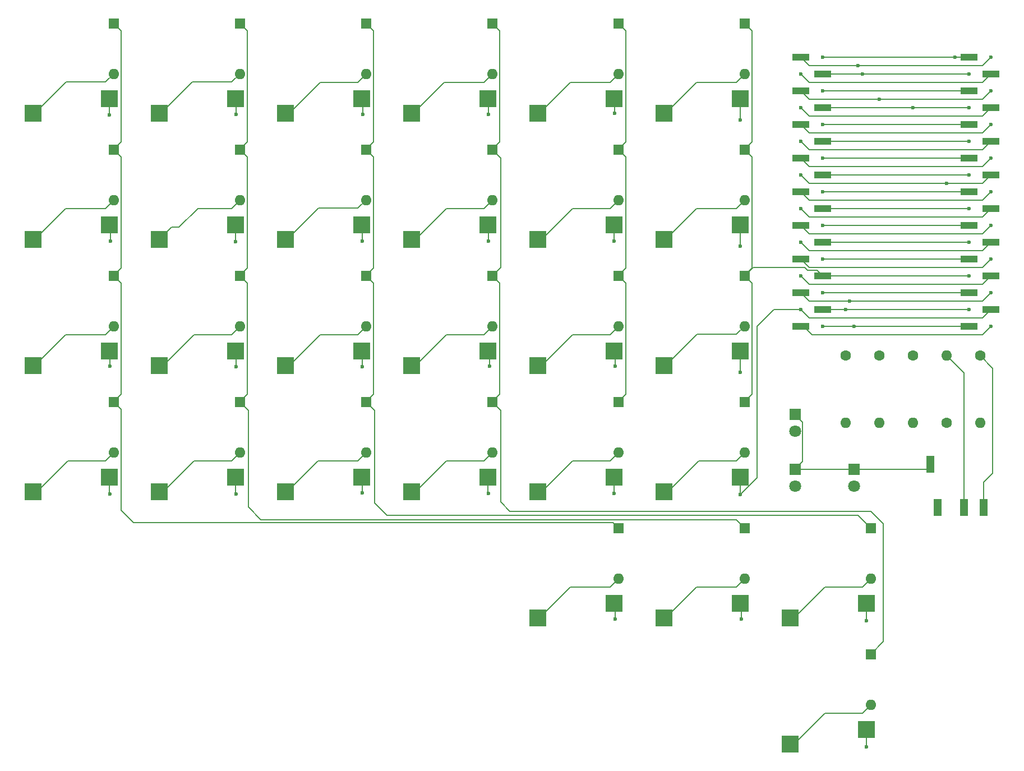
<source format=gbr>
%TF.GenerationSoftware,KiCad,Pcbnew,7.0.9*%
%TF.CreationDate,2024-11-16T13:28:32+01:00*%
%TF.ProjectId,ErgoBoard,4572676f-426f-4617-9264-2e6b69636164,rev?*%
%TF.SameCoordinates,Original*%
%TF.FileFunction,Copper,L1,Top*%
%TF.FilePolarity,Positive*%
%FSLAX46Y46*%
G04 Gerber Fmt 4.6, Leading zero omitted, Abs format (unit mm)*
G04 Created by KiCad (PCBNEW 7.0.9) date 2024-11-16 13:28:32*
%MOMM*%
%LPD*%
G01*
G04 APERTURE LIST*
%TA.AperFunction,ComponentPad*%
%ADD10C,1.600000*%
%TD*%
%TA.AperFunction,ComponentPad*%
%ADD11O,1.600000X1.600000*%
%TD*%
%TA.AperFunction,ComponentPad*%
%ADD12R,1.800000X1.800000*%
%TD*%
%TA.AperFunction,ComponentPad*%
%ADD13C,1.800000*%
%TD*%
%TA.AperFunction,SMDPad,CuDef*%
%ADD14R,1.200000X2.500000*%
%TD*%
%TA.AperFunction,SMDPad,CuDef*%
%ADD15R,2.510000X1.000000*%
%TD*%
%TA.AperFunction,ComponentPad*%
%ADD16R,1.600000X1.600000*%
%TD*%
%TA.AperFunction,SMDPad,CuDef*%
%ADD17R,2.600000X2.600000*%
%TD*%
%TA.AperFunction,ViaPad*%
%ADD18C,0.600000*%
%TD*%
%TA.AperFunction,Conductor*%
%ADD19C,0.150000*%
%TD*%
G04 APERTURE END LIST*
D10*
%TO.P,R4,1*%
%TO.N,VMCU*%
X248920000Y-106045000D03*
D11*
%TO.P,R4,2*%
%TO.N,I2C_SDA*%
X248920000Y-95885000D03*
%TD*%
%TO.P,R1,2*%
%TO.N,Net-(LED1-A)*%
X233680000Y-106045000D03*
D10*
%TO.P,R1,1*%
%TO.N,LED1*%
X233680000Y-95885000D03*
%TD*%
%TO.P,R5,1*%
%TO.N,I2C_SCL*%
X254000000Y-95885000D03*
D11*
%TO.P,R5,2*%
%TO.N,VMCU*%
X254000000Y-106045000D03*
%TD*%
D10*
%TO.P,R3,1*%
%TO.N,LED3*%
X243840000Y-95885000D03*
D11*
%TO.P,R3,2*%
%TO.N,Net-(LED3-A)*%
X243840000Y-106045000D03*
%TD*%
D10*
%TO.P,R2,1*%
%TO.N,LED2*%
X238760000Y-95885000D03*
D11*
%TO.P,R2,2*%
%TO.N,Net-(LED2-A)*%
X238760000Y-106045000D03*
%TD*%
D12*
%TO.P,LED3,1,K*%
%TO.N,GND*%
X234950000Y-113030000D03*
D13*
%TO.P,LED3,2,A*%
%TO.N,Net-(LED3-A)*%
X234950000Y-115570000D03*
%TD*%
D12*
%TO.P,LED2,1,K*%
%TO.N,GND*%
X226060000Y-113030000D03*
D13*
%TO.P,LED2,2,A*%
%TO.N,Net-(LED2-A)*%
X226060000Y-115570000D03*
%TD*%
D12*
%TO.P,LED1,1,K*%
%TO.N,GND*%
X226060000Y-104775000D03*
D13*
%TO.P,LED1,2,A*%
%TO.N,Net-(LED1-A)*%
X226060000Y-107315000D03*
%TD*%
D14*
%TO.P,JackL1,R1*%
%TO.N,I2C_SDA*%
X251575000Y-118820000D03*
%TO.P,JackL1,R2*%
%TO.N,I2C_SCL*%
X254575000Y-118820000D03*
%TO.P,JackL1,S*%
%TO.N,GND*%
X246475000Y-112320000D03*
%TO.P,JackL1,T*%
%TO.N,VMCU*%
X247575000Y-118820000D03*
%TD*%
D15*
%TO.P,GG12,1,Pin_1*%
%TO.N,GND*%
X226915000Y-50800000D03*
%TO.P,GG12,2,Pin_2*%
%TO.N,VMCU*%
X252375000Y-50800000D03*
%TO.P,GG12,3,Pin_3*%
%TO.N,LED1*%
X230225000Y-53340000D03*
%TO.P,GG12,4,Pin_4*%
%TO.N,unconnected-(GG12-Pin_4-Pad4)*%
X255685000Y-53340000D03*
%TO.P,GG12,5,Pin_5*%
%TO.N,LED2*%
X226915000Y-55880000D03*
%TO.P,GG12,6,Pin_6*%
%TO.N,unconnected-(GG12-Pin_6-Pad6)*%
X252375000Y-55880000D03*
%TO.P,GG12,7,Pin_7*%
%TO.N,LED3*%
X230225000Y-58420000D03*
%TO.P,GG12,8,Pin_8*%
%TO.N,unconnected-(GG12-Pin_8-Pad8)*%
X255685000Y-58420000D03*
%TO.P,GG12,9,Pin_9*%
%TO.N,unconnected-(GG12-Pin_9-Pad9)*%
X226915000Y-60960000D03*
%TO.P,GG12,10,Pin_10*%
%TO.N,unconnected-(GG12-Pin_10-Pad10)*%
X252375000Y-60960000D03*
%TO.P,GG12,11,Pin_11*%
%TO.N,unconnected-(GG12-Pin_11-Pad11)*%
X230225000Y-63500000D03*
%TO.P,GG12,12,Pin_12*%
%TO.N,unconnected-(GG12-Pin_12-Pad12)*%
X255685000Y-63500000D03*
%TO.P,GG12,13,Pin_13*%
%TO.N,unconnected-(GG12-Pin_13-Pad13)*%
X226915000Y-66040000D03*
%TO.P,GG12,14,Pin_14*%
%TO.N,unconnected-(GG12-Pin_14-Pad14)*%
X252375000Y-66040000D03*
%TO.P,GG12,15,Pin_15*%
%TO.N,I2C_SCL*%
X230225000Y-68580000D03*
%TO.P,GG12,16,Pin_16*%
%TO.N,I2C_SDA*%
X255685000Y-68580000D03*
%TO.P,GG12,17,Pin_17*%
%TO.N,unconnected-(GG12-Pin_17-Pad17)*%
X226915000Y-71120000D03*
%TO.P,GG12,18,Pin_18*%
%TO.N,5V*%
X252375000Y-71120000D03*
%TO.P,GG12,19,Pin_19*%
%TO.N,unconnected-(GG12-Pin_19-Pad19)*%
X230225000Y-73660000D03*
%TO.P,GG12,20,Pin_20*%
%TO.N,unconnected-(GG12-Pin_20-Pad20)*%
X255685000Y-73660000D03*
%TO.P,GG12,21,Pin_21*%
%TO.N,unconnected-(GG12-Pin_21-Pad21)*%
X226915000Y-76200000D03*
%TO.P,GG12,22,Pin_22*%
%TO.N,Col2*%
X252375000Y-76200000D03*
%TO.P,GG12,23,Pin_23*%
%TO.N,unconnected-(GG12-Pin_23-Pad23)*%
X230225000Y-78740000D03*
%TO.P,GG12,24,Pin_24*%
%TO.N,Col1*%
X255685000Y-78740000D03*
%TO.P,GG12,25,Pin_25*%
%TO.N,unconnected-(GG12-Pin_25-Pad25)*%
X226915000Y-81280000D03*
%TO.P,GG12,26,Pin_26*%
%TO.N,Row1*%
X252375000Y-81280000D03*
%TO.P,GG12,27,Pin_27*%
%TO.N,Col6*%
X230225000Y-83820000D03*
%TO.P,GG12,28,Pin_28*%
%TO.N,Row2*%
X255685000Y-83820000D03*
%TO.P,GG12,29,Pin_29*%
%TO.N,Col5*%
X226915000Y-86360000D03*
%TO.P,GG12,30,Pin_30*%
%TO.N,Row3*%
X252375000Y-86360000D03*
%TO.P,GG12,31,Pin_31*%
%TO.N,Col4*%
X230225000Y-88900000D03*
%TO.P,GG12,32,Pin_32*%
%TO.N,Row4*%
X255685000Y-88900000D03*
%TO.P,GG12,33,Pin_33*%
%TO.N,Col3*%
X226915000Y-91440000D03*
%TO.P,GG12,34,Pin_34*%
%TO.N,Row5*%
X252375000Y-91440000D03*
%TD*%
D16*
%TO.P,D18,1,K*%
%TO.N,Col6*%
X218440000Y-83820000D03*
D11*
%TO.P,D18,2,A*%
%TO.N,Net-(D18-A)*%
X218440000Y-91440000D03*
%TD*%
D16*
%TO.P,D16,1,K*%
%TO.N,Col4*%
X180340000Y-83820000D03*
D11*
%TO.P,D16,2,A*%
%TO.N,Net-(D16-A)*%
X180340000Y-91440000D03*
%TD*%
D17*
%TO.P,SW19,1,1*%
%TO.N,Net-(D19-A)*%
X111025000Y-116440000D03*
%TO.P,SW19,2,2*%
%TO.N,Row4*%
X122575000Y-114240000D03*
%TD*%
D16*
%TO.P,D8,1,K*%
%TO.N,Col2*%
X142240000Y-64770000D03*
D11*
%TO.P,D8,2,A*%
%TO.N,Net-(D8-A)*%
X142240000Y-72390000D03*
%TD*%
D17*
%TO.P,SW16,1,1*%
%TO.N,Net-(D16-A)*%
X168175000Y-97390000D03*
%TO.P,SW16,2,2*%
%TO.N,Row3*%
X179725000Y-95190000D03*
%TD*%
D16*
%TO.P,D11,1,K*%
%TO.N,Col5*%
X199390000Y-64770000D03*
D11*
%TO.P,D11,2,A*%
%TO.N,Net-(D11-A)*%
X199390000Y-72390000D03*
%TD*%
D16*
%TO.P,D23,1,K*%
%TO.N,Col5*%
X199390000Y-102870000D03*
D11*
%TO.P,D23,2,A*%
%TO.N,Net-(D23-A)*%
X199390000Y-110490000D03*
%TD*%
D16*
%TO.P,D15,1,K*%
%TO.N,Col3*%
X161290000Y-83820000D03*
D11*
%TO.P,D15,2,A*%
%TO.N,Net-(D15-A)*%
X161290000Y-91440000D03*
%TD*%
D16*
%TO.P,D26,1,K*%
%TO.N,Col2*%
X218440000Y-121920000D03*
D11*
%TO.P,D26,2,A*%
%TO.N,Net-(D26-A)*%
X218440000Y-129540000D03*
%TD*%
D16*
%TO.P,D21,1,K*%
%TO.N,Col3*%
X161290000Y-102870000D03*
D11*
%TO.P,D21,2,A*%
%TO.N,Net-(D21-A)*%
X161290000Y-110490000D03*
%TD*%
D17*
%TO.P,SW2,1,1*%
%TO.N,Net-(D2-A)*%
X130075000Y-59290000D03*
%TO.P,SW2,2,2*%
%TO.N,Row1*%
X141625000Y-57090000D03*
%TD*%
%TO.P,SW25,1,1*%
%TO.N,Net-(D25-A)*%
X187225000Y-135490000D03*
%TO.P,SW25,2,2*%
%TO.N,Row5*%
X198775000Y-133290000D03*
%TD*%
%TO.P,SW5,1,1*%
%TO.N,Net-(D5-A)*%
X187225000Y-59290000D03*
%TO.P,SW5,2,2*%
%TO.N,Row1*%
X198775000Y-57090000D03*
%TD*%
D16*
%TO.P,D5,1,K*%
%TO.N,Col5*%
X199390000Y-45720000D03*
D11*
%TO.P,D5,2,A*%
%TO.N,Net-(D5-A)*%
X199390000Y-53340000D03*
%TD*%
D17*
%TO.P,SW10,1,1*%
%TO.N,Net-(D10-A)*%
X168175000Y-78340000D03*
%TO.P,SW10,2,2*%
%TO.N,Row2*%
X179725000Y-76140000D03*
%TD*%
%TO.P,SW12,1,1*%
%TO.N,Net-(D12-A)*%
X206275000Y-78340000D03*
%TO.P,SW12,2,2*%
%TO.N,Row2*%
X217825000Y-76140000D03*
%TD*%
D16*
%TO.P,D28,1,K*%
%TO.N,Col4*%
X237490000Y-140970000D03*
D11*
%TO.P,D28,2,A*%
%TO.N,Net-(D28-A)*%
X237490000Y-148590000D03*
%TD*%
D17*
%TO.P,SW3,1,1*%
%TO.N,Net-(D3-A)*%
X149125000Y-59290000D03*
%TO.P,SW3,2,2*%
%TO.N,Row1*%
X160675000Y-57090000D03*
%TD*%
%TO.P,SW24,1,1*%
%TO.N,Net-(D24-A)*%
X206275000Y-116440000D03*
%TO.P,SW24,2,2*%
%TO.N,Row4*%
X217825000Y-114240000D03*
%TD*%
D16*
%TO.P,D27,1,K*%
%TO.N,Col3*%
X237490000Y-121920000D03*
D11*
%TO.P,D27,2,A*%
%TO.N,Net-(D27-A)*%
X237490000Y-129540000D03*
%TD*%
D17*
%TO.P,SW4,1,1*%
%TO.N,Net-(D4-A)*%
X168175000Y-59290000D03*
%TO.P,SW4,2,2*%
%TO.N,Row1*%
X179725000Y-57090000D03*
%TD*%
%TO.P,SW7,1,1*%
%TO.N,Net-(D7-A)*%
X111025000Y-78340000D03*
%TO.P,SW7,2,2*%
%TO.N,Row2*%
X122575000Y-76140000D03*
%TD*%
%TO.P,SW23,1,1*%
%TO.N,Net-(D23-A)*%
X187225000Y-116440000D03*
%TO.P,SW23,2,2*%
%TO.N,Row4*%
X198775000Y-114240000D03*
%TD*%
D16*
%TO.P,D4,1,K*%
%TO.N,Col4*%
X180340000Y-45720000D03*
D11*
%TO.P,D4,2,A*%
%TO.N,Net-(D4-A)*%
X180340000Y-53340000D03*
%TD*%
D16*
%TO.P,D22,1,K*%
%TO.N,Col4*%
X180340000Y-102870000D03*
D11*
%TO.P,D22,2,A*%
%TO.N,Net-(D22-A)*%
X180340000Y-110490000D03*
%TD*%
D17*
%TO.P,SW18,1,1*%
%TO.N,Net-(D18-A)*%
X206275000Y-97390000D03*
%TO.P,SW18,2,2*%
%TO.N,Row3*%
X217825000Y-95190000D03*
%TD*%
D16*
%TO.P,D25,1,K*%
%TO.N,Col1*%
X199390000Y-121920000D03*
D11*
%TO.P,D25,2,A*%
%TO.N,Net-(D25-A)*%
X199390000Y-129540000D03*
%TD*%
D16*
%TO.P,D7,1,K*%
%TO.N,Col1*%
X123190000Y-64770000D03*
D11*
%TO.P,D7,2,A*%
%TO.N,Net-(D7-A)*%
X123190000Y-72390000D03*
%TD*%
D17*
%TO.P,SW9,1,1*%
%TO.N,Net-(D9-A)*%
X149125000Y-78340000D03*
%TO.P,SW9,2,2*%
%TO.N,Row2*%
X160675000Y-76140000D03*
%TD*%
%TO.P,SW21,1,1*%
%TO.N,Net-(D21-A)*%
X149125000Y-116440000D03*
%TO.P,SW21,2,2*%
%TO.N,Row4*%
X160675000Y-114240000D03*
%TD*%
%TO.P,SW11,1,1*%
%TO.N,Net-(D11-A)*%
X187225000Y-78340000D03*
%TO.P,SW11,2,2*%
%TO.N,Row2*%
X198775000Y-76140000D03*
%TD*%
D16*
%TO.P,D13,1,K*%
%TO.N,Col1*%
X123190000Y-83820000D03*
D11*
%TO.P,D13,2,A*%
%TO.N,Net-(D13-A)*%
X123190000Y-91440000D03*
%TD*%
D17*
%TO.P,SW6,1,1*%
%TO.N,Net-(D6-A)*%
X206275000Y-59290000D03*
%TO.P,SW6,2,2*%
%TO.N,Row1*%
X217825000Y-57090000D03*
%TD*%
D16*
%TO.P,D17,1,K*%
%TO.N,Col5*%
X199390000Y-83820000D03*
D11*
%TO.P,D17,2,A*%
%TO.N,Net-(D17-A)*%
X199390000Y-91440000D03*
%TD*%
D16*
%TO.P,D20,1,K*%
%TO.N,Col2*%
X142240000Y-102870000D03*
D11*
%TO.P,D20,2,A*%
%TO.N,Net-(D20-A)*%
X142240000Y-110490000D03*
%TD*%
D16*
%TO.P,D1,1,K*%
%TO.N,Col1*%
X123190000Y-45720000D03*
D11*
%TO.P,D1,2,A*%
%TO.N,Net-(D1-A)*%
X123190000Y-53340000D03*
%TD*%
D17*
%TO.P,SW15,1,1*%
%TO.N,Net-(D15-A)*%
X149125000Y-97390000D03*
%TO.P,SW15,2,2*%
%TO.N,Row3*%
X160675000Y-95190000D03*
%TD*%
D16*
%TO.P,D2,1,K*%
%TO.N,Col2*%
X142240000Y-45720000D03*
D11*
%TO.P,D2,2,A*%
%TO.N,Net-(D2-A)*%
X142240000Y-53340000D03*
%TD*%
D17*
%TO.P,SW1,1,1*%
%TO.N,Net-(D1-A)*%
X111025000Y-59290000D03*
%TO.P,SW1,2,2*%
%TO.N,Row1*%
X122575000Y-57090000D03*
%TD*%
%TO.P,SW27,1,1*%
%TO.N,Net-(D27-A)*%
X225325000Y-135490000D03*
%TO.P,SW27,2,2*%
%TO.N,Row5*%
X236875000Y-133290000D03*
%TD*%
D16*
%TO.P,D19,1,K*%
%TO.N,Col1*%
X123190000Y-102870000D03*
D11*
%TO.P,D19,2,A*%
%TO.N,Net-(D19-A)*%
X123190000Y-110490000D03*
%TD*%
D16*
%TO.P,D6,1,K*%
%TO.N,Col6*%
X218440000Y-45720000D03*
D11*
%TO.P,D6,2,A*%
%TO.N,Net-(D6-A)*%
X218440000Y-53340000D03*
%TD*%
D16*
%TO.P,D9,1,K*%
%TO.N,Col3*%
X161290000Y-64770000D03*
D11*
%TO.P,D9,2,A*%
%TO.N,Net-(D9-A)*%
X161290000Y-72390000D03*
%TD*%
D16*
%TO.P,D14,1,K*%
%TO.N,Col2*%
X142240000Y-83820000D03*
D11*
%TO.P,D14,2,A*%
%TO.N,Net-(D14-A)*%
X142240000Y-91440000D03*
%TD*%
D17*
%TO.P,SW26,1,1*%
%TO.N,Net-(D26-A)*%
X206275000Y-135490000D03*
%TO.P,SW26,2,2*%
%TO.N,Row5*%
X217825000Y-133290000D03*
%TD*%
%TO.P,SW28,1,1*%
%TO.N,Net-(D28-A)*%
X225325000Y-154540000D03*
%TO.P,SW28,2,2*%
%TO.N,Row5*%
X236875000Y-152340000D03*
%TD*%
%TO.P,SW17,1,1*%
%TO.N,Net-(D17-A)*%
X187225000Y-97390000D03*
%TO.P,SW17,2,2*%
%TO.N,Row3*%
X198775000Y-95190000D03*
%TD*%
D16*
%TO.P,D24,1,K*%
%TO.N,Col6*%
X218440000Y-102870000D03*
D11*
%TO.P,D24,2,A*%
%TO.N,Net-(D24-A)*%
X218440000Y-110490000D03*
%TD*%
D16*
%TO.P,D12,1,K*%
%TO.N,Col6*%
X218440000Y-64770000D03*
D11*
%TO.P,D12,2,A*%
%TO.N,Net-(D12-A)*%
X218440000Y-72390000D03*
%TD*%
D16*
%TO.P,D3,1,K*%
%TO.N,Col3*%
X161290000Y-45720000D03*
D11*
%TO.P,D3,2,A*%
%TO.N,Net-(D3-A)*%
X161290000Y-53340000D03*
%TD*%
D16*
%TO.P,D10,1,K*%
%TO.N,Col4*%
X180340000Y-64770000D03*
D11*
%TO.P,D10,2,A*%
%TO.N,Net-(D10-A)*%
X180340000Y-72390000D03*
%TD*%
D17*
%TO.P,SW13,1,1*%
%TO.N,Net-(D13-A)*%
X111025000Y-97390000D03*
%TO.P,SW13,2,2*%
%TO.N,Row3*%
X122575000Y-95190000D03*
%TD*%
%TO.P,SW14,1,1*%
%TO.N,Net-(D14-A)*%
X130075000Y-97390000D03*
%TO.P,SW14,2,2*%
%TO.N,Row3*%
X141625000Y-95190000D03*
%TD*%
%TO.P,SW8,1,1*%
%TO.N,Net-(D8-A)*%
X130075000Y-78340000D03*
%TO.P,SW8,2,2*%
%TO.N,Row2*%
X141625000Y-76140000D03*
%TD*%
%TO.P,SW20,1,1*%
%TO.N,Net-(D20-A)*%
X130075000Y-116440000D03*
%TO.P,SW20,2,2*%
%TO.N,Row4*%
X141625000Y-114240000D03*
%TD*%
%TO.P,SW22,1,1*%
%TO.N,Net-(D22-A)*%
X168175000Y-116440000D03*
%TO.P,SW22,2,2*%
%TO.N,Row4*%
X179725000Y-114240000D03*
%TD*%
D18*
%TO.N,I2C_SDA*%
X248920000Y-69850000D03*
%TO.N,LED3*%
X243840000Y-58420000D03*
%TO.N,LED2*%
X238760000Y-57150000D03*
%TO.N,LED1*%
X236220000Y-53340000D03*
%TO.N,GND*%
X235585000Y-52070000D03*
%TO.N,VMCU*%
X250190000Y-50800000D03*
%TO.N,I2C_SCL*%
X254635000Y-118110000D03*
%TO.N,I2C_SDA*%
X251460000Y-118110000D03*
%TO.N,VMCU*%
X247650000Y-118110000D03*
%TO.N,GND*%
X246380000Y-113030000D03*
%TO.N,Row5*%
X234950000Y-91440000D03*
%TO.N,Col5*%
X234315000Y-87630000D03*
%TO.N,Col4*%
X233680000Y-88900000D03*
%TO.N,Col3*%
X226098632Y-91439999D03*
%TO.N,I2C_SDA*%
X226915000Y-68580000D03*
%TO.N,unconnected-(GG12-Pin_12-Pad12)*%
X226915000Y-63500000D03*
%TO.N,unconnected-(GG12-Pin_8-Pad8)*%
X226915000Y-58420000D03*
%TO.N,VMCU*%
X230225000Y-50800000D03*
%TO.N,unconnected-(GG12-Pin_23-Pad23)*%
X252375000Y-78740000D03*
%TO.N,unconnected-(GG12-Pin_21-Pad21)*%
X255685000Y-76200000D03*
%TO.N,unconnected-(GG12-Pin_19-Pad19)*%
X252375000Y-73660000D03*
%TO.N,unconnected-(GG12-Pin_20-Pad20)*%
X226915000Y-73660000D03*
%TO.N,unconnected-(GG12-Pin_17-Pad17)*%
X255685000Y-71120000D03*
%TO.N,I2C_SCL*%
X252375000Y-68580000D03*
%TO.N,unconnected-(GG12-Pin_14-Pad14)*%
X230225000Y-66040000D03*
%TO.N,unconnected-(GG12-Pin_10-Pad10)*%
X230225000Y-60960000D03*
%TO.N,unconnected-(GG12-Pin_6-Pad6)*%
X230225000Y-55880000D03*
%TO.N,LED1*%
X252375000Y-53340000D03*
%TO.N,unconnected-(GG12-Pin_4-Pad4)*%
X226915000Y-53340000D03*
%TO.N,Col4*%
X252375000Y-88900000D03*
%TO.N,Row4*%
X226915000Y-88900000D03*
%TO.N,Col1*%
X226915000Y-78740000D03*
%TO.N,Row2*%
X226915000Y-83820000D03*
%TO.N,LED3*%
X252375000Y-58420000D03*
%TO.N,unconnected-(GG12-Pin_11-Pad11)*%
X252375000Y-63500000D03*
%TO.N,5V*%
X230225000Y-71120000D03*
%TO.N,Col2*%
X230225000Y-76200000D03*
%TO.N,Row1*%
X230225000Y-81280000D03*
%TO.N,Col6*%
X252375000Y-83820000D03*
%TO.N,Row3*%
X230225000Y-86360000D03*
%TO.N,Row5*%
X230225000Y-91440000D03*
%TO.N,GND*%
X255685000Y-50800000D03*
%TO.N,LED2*%
X255685000Y-55880000D03*
%TO.N,unconnected-(GG12-Pin_9-Pad9)*%
X255685000Y-60960000D03*
%TO.N,unconnected-(GG12-Pin_13-Pad13)*%
X255685000Y-66040000D03*
%TO.N,unconnected-(GG12-Pin_25-Pad25)*%
X255685000Y-81280000D03*
%TO.N,Col5*%
X255685000Y-86360000D03*
%TO.N,Col3*%
X255685000Y-91440000D03*
%TO.N,Row2*%
X160755154Y-78563682D03*
X122681834Y-78563682D03*
X141601225Y-78720041D03*
X179830904Y-78563682D03*
X217805000Y-79375000D03*
X198789384Y-78602772D03*
%TO.N,Row3*%
X217805000Y-98425000D03*
X160716064Y-97561253D03*
X141679404Y-97600342D03*
X122603655Y-97522163D03*
X198945743Y-97483073D03*
X179948172Y-97443984D03*
%TO.N,Row4*%
X122603655Y-116754271D03*
X160716064Y-116597913D03*
X198789384Y-116715182D03*
X141679404Y-116754271D03*
X179791814Y-116715182D03*
X217805000Y-116840000D03*
%TO.N,Row5*%
X198927550Y-135646008D03*
X236855000Y-154940000D03*
X217965383Y-135646008D03*
X236855000Y-135890000D03*
%TO.N,Row1*%
X160787093Y-59455341D03*
X141724636Y-59495942D03*
X179808948Y-59475641D03*
X198871405Y-59333536D03*
X122580975Y-59556845D03*
X217805000Y-60325000D03*
%TD*%
D19*
%TO.N,Row1*%
X217805000Y-60325000D02*
X217825000Y-60305000D01*
X217825000Y-60305000D02*
X217825000Y-57090000D01*
%TO.N,Row2*%
X217805000Y-79375000D02*
X217825000Y-79355000D01*
X217825000Y-79355000D02*
X217825000Y-76140000D01*
%TO.N,Row3*%
X217805000Y-98425000D02*
X217825000Y-98405000D01*
X217825000Y-98405000D02*
X217825000Y-95190000D01*
%TO.N,Row4*%
X217805000Y-116840000D02*
X220345000Y-114300000D01*
X220345000Y-114300000D02*
X220345000Y-91440000D01*
X220345000Y-91440000D02*
X222885000Y-88900000D01*
X217825000Y-116820000D02*
X217825000Y-114240000D01*
X222885000Y-88900000D02*
X226915000Y-88900000D01*
X217805000Y-116840000D02*
X217825000Y-116820000D01*
%TO.N,Row5*%
X236855000Y-135890000D02*
X236875000Y-135870000D01*
X236875000Y-135870000D02*
X236875000Y-133290000D01*
X236875000Y-154920000D02*
X236875000Y-152340000D01*
X236855000Y-154940000D02*
X236875000Y-154920000D01*
%TO.N,Col4*%
X180340000Y-102870000D02*
X181610000Y-104140000D01*
X181610000Y-104140000D02*
X181610000Y-117997500D01*
X181610000Y-117997500D02*
X182992500Y-119380000D01*
X182992500Y-119380000D02*
X237490000Y-119380000D01*
X239395000Y-139065000D02*
X237490000Y-140970000D01*
X237490000Y-119380000D02*
X239395000Y-121285000D01*
X239395000Y-121285000D02*
X239395000Y-139065000D01*
%TO.N,Col3*%
X161290000Y-102870000D02*
X162560000Y-104140000D01*
X162560000Y-104140000D02*
X162560000Y-118110000D01*
X162560000Y-118110000D02*
X164465000Y-120015000D01*
X164465000Y-120015000D02*
X235585000Y-120015000D01*
X235585000Y-120015000D02*
X237490000Y-121920000D01*
%TO.N,I2C_SCL*%
X254000000Y-95885000D02*
X255905000Y-97790000D01*
X255905000Y-113665000D02*
X254575000Y-114995000D01*
X255905000Y-97790000D02*
X255905000Y-113665000D01*
X254575000Y-114995000D02*
X254575000Y-118820000D01*
%TO.N,I2C_SDA*%
X248920000Y-95885000D02*
X251575000Y-98540000D01*
X251575000Y-98540000D02*
X251575000Y-118820000D01*
%TO.N,GND*%
X234950000Y-113030000D02*
X246380000Y-113030000D01*
X226060000Y-113030000D02*
X234950000Y-113030000D01*
X226060000Y-104775000D02*
X227235000Y-105950000D01*
X227235000Y-111855000D02*
X226060000Y-113030000D01*
X227235000Y-105950000D02*
X227235000Y-111855000D01*
%TO.N,Row4*%
X226915000Y-88900000D02*
X228185000Y-90170000D01*
X228185000Y-90170000D02*
X254415000Y-90170000D01*
X254415000Y-90170000D02*
X255685000Y-88900000D01*
%TO.N,Col4*%
X252375000Y-88900000D02*
X230225000Y-88900000D01*
%TO.N,Row2*%
X226915000Y-83820000D02*
X228185000Y-85090000D01*
X228185000Y-85090000D02*
X254415000Y-85090000D01*
X254415000Y-85090000D02*
X255685000Y-83820000D01*
%TO.N,Col6*%
X218440000Y-83820000D02*
X219710000Y-82550000D01*
X227998604Y-83000000D02*
X229405000Y-83000000D01*
X219710000Y-82550000D02*
X227548604Y-82550000D01*
X227548604Y-82550000D02*
X227998604Y-83000000D01*
X229405000Y-83000000D02*
X230225000Y-83820000D01*
X252375000Y-83820000D02*
X230225000Y-83820000D01*
%TO.N,Col1*%
X226915000Y-78740000D02*
X228185000Y-80010000D01*
X228185000Y-80010000D02*
X254415000Y-80010000D01*
X254415000Y-80010000D02*
X255685000Y-78740000D01*
%TO.N,unconnected-(GG12-Pin_23-Pad23)*%
X252375000Y-78740000D02*
X230225000Y-78740000D01*
%TO.N,unconnected-(GG12-Pin_21-Pad21)*%
X255685000Y-76200000D02*
X254415000Y-77470000D01*
X228180000Y-77465000D02*
X226915000Y-76200000D01*
X254415000Y-77470000D02*
X231996396Y-77470000D01*
X231996396Y-77470000D02*
X231991396Y-77465000D01*
X231991396Y-77465000D02*
X228180000Y-77465000D01*
%TO.N,unconnected-(GG12-Pin_20-Pad20)*%
X226915000Y-73660000D02*
X228185000Y-74930000D01*
X228185000Y-74930000D02*
X254415000Y-74930000D01*
X254415000Y-74930000D02*
X255685000Y-73660000D01*
%TO.N,unconnected-(GG12-Pin_19-Pad19)*%
X252375000Y-73660000D02*
X230225000Y-73660000D01*
%TO.N,unconnected-(GG12-Pin_17-Pad17)*%
X255685000Y-71120000D02*
X254415000Y-72390000D01*
X228185000Y-72390000D02*
X226915000Y-71120000D01*
X254415000Y-72390000D02*
X228185000Y-72390000D01*
%TO.N,5V*%
X230225000Y-71120000D02*
X252375000Y-71120000D01*
%TO.N,I2C_SDA*%
X228185000Y-69850000D02*
X254415000Y-69850000D01*
X226915000Y-68580000D02*
X228185000Y-69850000D01*
X254415000Y-69850000D02*
X255685000Y-68580000D01*
%TO.N,I2C_SCL*%
X252375000Y-68580000D02*
X230225000Y-68580000D01*
%TO.N,unconnected-(GG12-Pin_13-Pad13)*%
X255685000Y-66040000D02*
X254415000Y-67310000D01*
X254415000Y-67310000D02*
X228185000Y-67310000D01*
X228185000Y-67310000D02*
X226915000Y-66040000D01*
%TO.N,unconnected-(GG12-Pin_14-Pad14)*%
X230225000Y-66040000D02*
X252375000Y-66040000D01*
%TO.N,unconnected-(GG12-Pin_12-Pad12)*%
X228185000Y-64770000D02*
X254415000Y-64770000D01*
X226915000Y-63500000D02*
X228185000Y-64770000D01*
X254415000Y-64770000D02*
X255685000Y-63500000D01*
%TO.N,unconnected-(GG12-Pin_11-Pad11)*%
X252375000Y-63500000D02*
X230225000Y-63500000D01*
%TO.N,unconnected-(GG12-Pin_9-Pad9)*%
X255685000Y-60960000D02*
X254415000Y-62230000D01*
X228185000Y-62230000D02*
X226915000Y-60960000D01*
X254415000Y-62230000D02*
X228185000Y-62230000D01*
%TO.N,unconnected-(GG12-Pin_10-Pad10)*%
X230225000Y-60960000D02*
X252375000Y-60960000D01*
%TO.N,unconnected-(GG12-Pin_8-Pad8)*%
X228185000Y-59690000D02*
X254415000Y-59690000D01*
X226915000Y-58420000D02*
X228185000Y-59690000D01*
X254415000Y-59690000D02*
X255685000Y-58420000D01*
%TO.N,LED3*%
X252375000Y-58420000D02*
X230225000Y-58420000D01*
%TO.N,GND*%
X255685000Y-50800000D02*
X254415000Y-52070000D01*
X228185000Y-52070000D02*
X226915000Y-50800000D01*
X254415000Y-52070000D02*
X228185000Y-52070000D01*
%TO.N,unconnected-(GG12-Pin_4-Pad4)*%
X226915000Y-53340000D02*
X228185000Y-54610000D01*
X228185000Y-54610000D02*
X254415000Y-54610000D01*
X254415000Y-54610000D02*
X255685000Y-53340000D01*
%TO.N,unconnected-(GG12-Pin_6-Pad6)*%
X230225000Y-55880000D02*
X252375000Y-55880000D01*
%TO.N,LED2*%
X255685000Y-55880000D02*
X254415000Y-57150000D01*
X254415000Y-57150000D02*
X228185000Y-57150000D01*
X228185000Y-57150000D02*
X226915000Y-55880000D01*
%TO.N,LED1*%
X252375000Y-53340000D02*
X230225000Y-53340000D01*
%TO.N,VMCU*%
X230225000Y-50800000D02*
X252375000Y-50800000D01*
%TO.N,Col2*%
X230225000Y-76200000D02*
X252375000Y-76200000D01*
%TO.N,Row1*%
X230225000Y-81280000D02*
X252375000Y-81280000D01*
%TO.N,Col5*%
X255685000Y-86360000D02*
X254415000Y-87630000D01*
X254415000Y-87630000D02*
X228185000Y-87630000D01*
X228185000Y-87630000D02*
X226915000Y-86360000D01*
%TO.N,Col3*%
X227330000Y-91440000D02*
X226915000Y-91440000D01*
X254415000Y-92710000D02*
X228600000Y-92710000D01*
X228600000Y-92710000D02*
X227330000Y-91440000D01*
X255685000Y-91440000D02*
X254415000Y-92710000D01*
%TO.N,unconnected-(GG12-Pin_25-Pad25)*%
X255685000Y-81280000D02*
X254415000Y-82550000D01*
X254415000Y-82550000D02*
X228185000Y-82550000D01*
X228185000Y-82550000D02*
X226915000Y-81280000D01*
%TO.N,Row3*%
X230225000Y-86360000D02*
X252375000Y-86360000D01*
%TO.N,Row5*%
X230225000Y-91440000D02*
X252375000Y-91440000D01*
%TO.N,Col1*%
X124315000Y-46845000D02*
X124315000Y-63645000D01*
X123190000Y-102870000D02*
X124315000Y-103995000D01*
X124315000Y-101745000D02*
X123190000Y-102870000D01*
X124315000Y-82695000D02*
X123190000Y-83820000D01*
X123190000Y-83820000D02*
X124315000Y-84945000D01*
X124315000Y-103995000D02*
X124315000Y-119235000D01*
X124315000Y-84945000D02*
X124315000Y-101745000D01*
X123190000Y-45720000D02*
X124315000Y-46845000D01*
X198570000Y-121100000D02*
X199390000Y-121920000D01*
X124315000Y-63645000D02*
X123190000Y-64770000D01*
X123190000Y-64770000D02*
X124315000Y-65895000D01*
X124315000Y-65895000D02*
X124315000Y-82695000D01*
X126180000Y-121100000D02*
X198570000Y-121100000D01*
X124315000Y-119235000D02*
X126180000Y-121100000D01*
%TO.N,Net-(D1-A)*%
X111304999Y-59290000D02*
X111025000Y-59290000D01*
X121964100Y-54565900D02*
X116029099Y-54565900D01*
X116029099Y-54565900D02*
X111304999Y-59290000D01*
X123190000Y-53340000D02*
X121964100Y-54565900D01*
%TO.N,Col2*%
X143365000Y-82695000D02*
X142240000Y-83820000D01*
X142240000Y-45720000D02*
X143365000Y-46845000D01*
X142240000Y-83820000D02*
X143365000Y-84945000D01*
X143365000Y-46845000D02*
X143365000Y-63645000D01*
X143510000Y-118745000D02*
X145415000Y-120650000D01*
X145415000Y-120650000D02*
X217170000Y-120650000D01*
X143365000Y-84945000D02*
X143365000Y-101745000D01*
X143365000Y-101745000D02*
X142240000Y-102870000D01*
X142240000Y-102870000D02*
X143510000Y-104140000D01*
X143365000Y-63645000D02*
X142240000Y-64770000D01*
X143510000Y-104140000D02*
X143510000Y-118745000D01*
X217170000Y-120650000D02*
X218440000Y-121920000D01*
X142240000Y-64770000D02*
X143365000Y-65895000D01*
X143365000Y-65895000D02*
X143365000Y-82695000D01*
%TO.N,Net-(D2-A)*%
X135079099Y-54565900D02*
X130354999Y-59290000D01*
X141014100Y-54565900D02*
X135079099Y-54565900D01*
X142240000Y-53340000D02*
X141014100Y-54565900D01*
X130354999Y-59290000D02*
X130075000Y-59290000D01*
%TO.N,Net-(D3-A)*%
X154428350Y-54610000D02*
X149748350Y-59290000D01*
X161290000Y-53340000D02*
X160020000Y-54610000D01*
X160020000Y-54610000D02*
X154428350Y-54610000D01*
X149748350Y-59290000D02*
X149125000Y-59290000D01*
%TO.N,Net-(D4-A)*%
X173134999Y-54610000D02*
X168454999Y-59290000D01*
X180340000Y-53340000D02*
X179070000Y-54610000D01*
X179070000Y-54610000D02*
X173134999Y-54610000D01*
X168454999Y-59290000D02*
X168175000Y-59290000D01*
%TO.N,Row2*%
X179830904Y-76245904D02*
X179725000Y-76140000D01*
X179830904Y-78563682D02*
X179830904Y-76245904D01*
X160755154Y-76220154D02*
X160675000Y-76140000D01*
X122681834Y-78563682D02*
X122681834Y-76246834D01*
X198789384Y-78602772D02*
X198789384Y-76154384D01*
X141625000Y-78696266D02*
X141625000Y-76140000D01*
X141601225Y-78720041D02*
X141625000Y-78696266D01*
X198789384Y-76154384D02*
X198775000Y-76140000D01*
X160755154Y-78563682D02*
X160755154Y-76220154D01*
X122681834Y-76246834D02*
X122575000Y-76140000D01*
%TO.N,Col3*%
X162415000Y-84945000D02*
X162415000Y-101745000D01*
X162415000Y-63645000D02*
X161290000Y-64770000D01*
X162415000Y-46845000D02*
X162415000Y-63645000D01*
X162415000Y-101745000D02*
X161290000Y-102870000D01*
X161290000Y-45720000D02*
X162415000Y-46845000D01*
X162415000Y-65895000D02*
X162415000Y-82695000D01*
X161290000Y-83820000D02*
X162415000Y-84945000D01*
X161290000Y-64770000D02*
X162415000Y-65895000D01*
X162415000Y-82695000D02*
X161290000Y-83820000D01*
%TO.N,Net-(D5-A)*%
X198120000Y-54610000D02*
X192184999Y-54610000D01*
X199390000Y-53340000D02*
X198120000Y-54610000D01*
X187504999Y-59290000D02*
X187225000Y-59290000D01*
X192184999Y-54610000D02*
X187504999Y-59290000D01*
%TO.N,Col4*%
X181465000Y-101745000D02*
X180340000Y-102870000D01*
X181465000Y-84945000D02*
X181465000Y-101745000D01*
X180340000Y-45720000D02*
X181465000Y-46845000D01*
X181610000Y-66040000D02*
X181610000Y-82550000D01*
X180340000Y-64770000D02*
X181610000Y-66040000D01*
X181610000Y-82550000D02*
X180340000Y-83820000D01*
X180340000Y-83820000D02*
X181465000Y-84945000D01*
X181465000Y-46845000D02*
X181465000Y-63645000D01*
X181465000Y-63645000D02*
X180340000Y-64770000D01*
%TO.N,Col6*%
X219565000Y-65895000D02*
X218440000Y-64770000D01*
X218440000Y-83820000D02*
X219565000Y-82695000D01*
X219565000Y-101745000D02*
X219565000Y-84945000D01*
X219565000Y-63645000D02*
X219565000Y-46845000D01*
X219565000Y-84945000D02*
X218440000Y-83820000D01*
X219565000Y-46845000D02*
X218440000Y-45720000D01*
X218440000Y-102870000D02*
X219565000Y-101745000D01*
X218440000Y-64770000D02*
X219565000Y-63645000D01*
X219565000Y-82695000D02*
X219565000Y-65895000D01*
%TO.N,Net-(D6-A)*%
X218440000Y-53340000D02*
X217170000Y-54610000D01*
X217170000Y-54610000D02*
X211234999Y-54610000D01*
X211234999Y-54610000D02*
X206554999Y-59290000D01*
X206554999Y-59290000D02*
X206275000Y-59290000D01*
%TO.N,Net-(D7-A)*%
X115984999Y-73660000D02*
X111304999Y-78340000D01*
X121920000Y-73660000D02*
X115984999Y-73660000D01*
X111304999Y-78340000D02*
X111025000Y-78340000D01*
X123190000Y-72390000D02*
X121920000Y-73660000D01*
%TO.N,Net-(D8-A)*%
X135890000Y-73660000D02*
X133085000Y-76465000D01*
X131950000Y-76465000D02*
X130075000Y-78340000D01*
X140970000Y-73660000D02*
X135890000Y-73660000D01*
X142240000Y-72390000D02*
X140970000Y-73660000D01*
X133085000Y-76465000D02*
X131950000Y-76465000D01*
%TO.N,Net-(D9-A)*%
X160064100Y-73615900D02*
X154129099Y-73615900D01*
X149404999Y-78340000D02*
X149125000Y-78340000D01*
X161290000Y-72390000D02*
X160064100Y-73615900D01*
X154129099Y-73615900D02*
X149404999Y-78340000D01*
%TO.N,Net-(D10-A)*%
X173478350Y-73660000D02*
X168798350Y-78340000D01*
X180340000Y-72390000D02*
X179070000Y-73660000D01*
X179070000Y-73660000D02*
X173478350Y-73660000D01*
X168798350Y-78340000D02*
X168175000Y-78340000D01*
%TO.N,Net-(D11-A)*%
X187848350Y-78340000D02*
X187225000Y-78340000D01*
X198120000Y-73660000D02*
X192528350Y-73660000D01*
X199390000Y-72390000D02*
X198120000Y-73660000D01*
X192528350Y-73660000D02*
X187848350Y-78340000D01*
%TO.N,Net-(D12-A)*%
X218440000Y-72390000D02*
X217170000Y-73660000D01*
X206554999Y-78340000D02*
X206275000Y-78340000D01*
X211234999Y-73660000D02*
X206554999Y-78340000D01*
X217170000Y-73660000D02*
X211234999Y-73660000D01*
%TO.N,Net-(D13-A)*%
X111304999Y-97390000D02*
X111025000Y-97390000D01*
X123190000Y-91440000D02*
X121920000Y-92710000D01*
X115984999Y-92710000D02*
X111304999Y-97390000D01*
X121920000Y-92710000D02*
X115984999Y-92710000D01*
%TO.N,Net-(D14-A)*%
X135378350Y-92710000D02*
X130698350Y-97390000D01*
X142240000Y-91440000D02*
X140970000Y-92710000D01*
X130698350Y-97390000D02*
X130075000Y-97390000D01*
X140970000Y-92710000D02*
X135378350Y-92710000D01*
%TO.N,Net-(D15-A)*%
X160020000Y-92710000D02*
X154428350Y-92710000D01*
X154428350Y-92710000D02*
X149748350Y-97390000D01*
X149748350Y-97390000D02*
X149125000Y-97390000D01*
X161290000Y-91440000D02*
X160020000Y-92710000D01*
%TO.N,Net-(D16-A)*%
X168798350Y-97390000D02*
X168175000Y-97390000D01*
X179070000Y-92710000D02*
X173478350Y-92710000D01*
X180340000Y-91440000D02*
X179070000Y-92710000D01*
X173478350Y-92710000D02*
X168798350Y-97390000D01*
%TO.N,Net-(D17-A)*%
X198120000Y-92710000D02*
X192528350Y-92710000D01*
X192528350Y-92710000D02*
X187848350Y-97390000D01*
X199390000Y-91440000D02*
X198120000Y-92710000D01*
X187848350Y-97390000D02*
X187225000Y-97390000D01*
%TO.N,Net-(D18-A)*%
X217214100Y-92665900D02*
X211279099Y-92665900D01*
X206554999Y-97390000D02*
X206275000Y-97390000D01*
X211279099Y-92665900D02*
X206554999Y-97390000D01*
X218440000Y-91440000D02*
X217214100Y-92665900D01*
%TO.N,Row3*%
X198945743Y-97483073D02*
X198945743Y-95360743D01*
X122603655Y-95218655D02*
X122575000Y-95190000D01*
X160716064Y-97561253D02*
X160716064Y-95231064D01*
X198945743Y-95360743D02*
X198775000Y-95190000D01*
X141679404Y-95244404D02*
X141625000Y-95190000D01*
X160716064Y-95231064D02*
X160675000Y-95190000D01*
X122603655Y-97522163D02*
X122603655Y-95218655D01*
X179948172Y-97443984D02*
X179948172Y-95413172D01*
X141679404Y-97600342D02*
X141679404Y-95244404D01*
X179948172Y-95413172D02*
X179725000Y-95190000D01*
%TO.N,Net-(D19-A)*%
X123190000Y-110490000D02*
X121920000Y-111760000D01*
X121920000Y-111760000D02*
X116328350Y-111760000D01*
X116328350Y-111760000D02*
X111648350Y-116440000D01*
X111648350Y-116440000D02*
X111025000Y-116440000D01*
%TO.N,Net-(D20-A)*%
X142240000Y-110490000D02*
X140970000Y-111760000D01*
X140970000Y-111760000D02*
X135378350Y-111760000D01*
X130698350Y-116440000D02*
X130075000Y-116440000D01*
X135378350Y-111760000D02*
X130698350Y-116440000D01*
%TO.N,Net-(D21-A)*%
X161290000Y-110490000D02*
X160020000Y-111760000D01*
X160020000Y-111760000D02*
X154084999Y-111760000D01*
X149404999Y-116440000D02*
X149125000Y-116440000D01*
X154084999Y-111760000D02*
X149404999Y-116440000D01*
%TO.N,Net-(D22-A)*%
X179070000Y-111760000D02*
X173478350Y-111760000D01*
X180340000Y-110490000D02*
X179070000Y-111760000D01*
X168798350Y-116440000D02*
X168175000Y-116440000D01*
X173478350Y-111760000D02*
X168798350Y-116440000D01*
%TO.N,Net-(D23-A)*%
X199390000Y-110490000D02*
X198120000Y-111760000D01*
X187848350Y-116440000D02*
X187225000Y-116440000D01*
X198120000Y-111760000D02*
X192528350Y-111760000D01*
X192528350Y-111760000D02*
X187848350Y-116440000D01*
%TO.N,Net-(D24-A)*%
X217170000Y-111760000D02*
X211578350Y-111760000D01*
X206898350Y-116440000D02*
X206275000Y-116440000D01*
X218440000Y-110490000D02*
X217170000Y-111760000D01*
X211578350Y-111760000D02*
X206898350Y-116440000D01*
%TO.N,Net-(D25-A)*%
X199390000Y-129540000D02*
X198120000Y-130810000D01*
X198120000Y-130810000D02*
X192184999Y-130810000D01*
X192184999Y-130810000D02*
X187504999Y-135490000D01*
X187504999Y-135490000D02*
X187225000Y-135490000D01*
%TO.N,Net-(D26-A)*%
X211234999Y-130810000D02*
X206554999Y-135490000D01*
X206554999Y-135490000D02*
X206275000Y-135490000D01*
X218440000Y-129540000D02*
X217170000Y-130810000D01*
X217170000Y-130810000D02*
X211234999Y-130810000D01*
%TO.N,Net-(D27-A)*%
X225948350Y-135490000D02*
X225325000Y-135490000D01*
X237490000Y-129540000D02*
X236220000Y-130810000D01*
X236220000Y-130810000D02*
X230628350Y-130810000D01*
X230628350Y-130810000D02*
X225948350Y-135490000D01*
%TO.N,Net-(D28-A)*%
X230628350Y-149860000D02*
X225948350Y-154540000D01*
X237490000Y-148590000D02*
X236220000Y-149860000D01*
X236220000Y-149860000D02*
X230628350Y-149860000D01*
X225948350Y-154540000D02*
X225325000Y-154540000D01*
%TO.N,Row4*%
X141625000Y-116699867D02*
X141625000Y-114240000D01*
X179725000Y-116648368D02*
X179725000Y-114240000D01*
X198789384Y-116715182D02*
X198789384Y-114254384D01*
X122575000Y-116725616D02*
X122575000Y-114240000D01*
X160716064Y-114281064D02*
X160675000Y-114240000D01*
X179791814Y-116715182D02*
X179725000Y-116648368D01*
X160716064Y-116597913D02*
X160716064Y-114281064D01*
X141679404Y-116754271D02*
X141625000Y-116699867D01*
X122603655Y-116754271D02*
X122575000Y-116725616D01*
X198789384Y-114254384D02*
X198775000Y-114240000D01*
%TO.N,Row5*%
X217965383Y-133430383D02*
X217825000Y-133290000D01*
X198927550Y-135646008D02*
X198927550Y-133442550D01*
X198927550Y-133442550D02*
X198775000Y-133290000D01*
X217965383Y-135646008D02*
X217965383Y-133430383D01*
%TO.N,Col5*%
X199390000Y-102870000D02*
X200515000Y-101745000D01*
X199390000Y-64770000D02*
X200515000Y-63645000D01*
X200515000Y-65895000D02*
X200515000Y-82695000D01*
X199390000Y-64770000D02*
X200515000Y-65895000D01*
X200515000Y-84945000D02*
X199390000Y-83820000D01*
X200515000Y-101745000D02*
X200515000Y-84945000D01*
X200515000Y-63645000D02*
X200515000Y-46845000D01*
X200515000Y-46845000D02*
X199390000Y-45720000D01*
X200515000Y-82695000D02*
X199390000Y-83820000D01*
%TO.N,Row1*%
X160787093Y-59455341D02*
X160787093Y-57202093D01*
X198871405Y-59333536D02*
X198871405Y-57186405D01*
X179808948Y-57173948D02*
X179725000Y-57090000D01*
X141724636Y-59495942D02*
X141724636Y-57189636D01*
X160787093Y-57202093D02*
X160675000Y-57090000D01*
X198871405Y-57186405D02*
X198775000Y-57090000D01*
X179808948Y-59475641D02*
X179808948Y-57173948D01*
X122580975Y-59556845D02*
X122580975Y-57095975D01*
X160866877Y-57281877D02*
X160675000Y-57090000D01*
X141724636Y-57189636D02*
X141625000Y-57090000D01*
X122580975Y-57095975D02*
X122575000Y-57090000D01*
X141779026Y-57244026D02*
X141625000Y-57090000D01*
%TD*%
M02*

</source>
